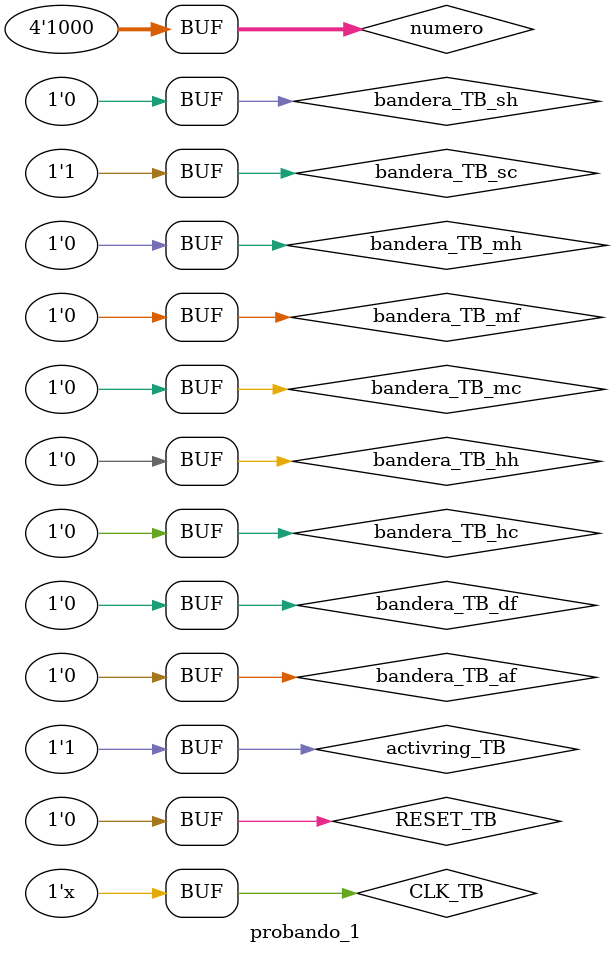
<source format=v>
`timescale 1ns / 1ps


module probando_1;

	// Inputs
	reg CLK_TB;
	reg RESET_TB;
	reg activring_TB;
	reg bandera_TB_hh;
	reg bandera_TB_mh;
	reg bandera_TB_sh;
	reg bandera_TB_df;
	reg bandera_TB_mf;
	reg bandera_TB_af;
	reg bandera_TB_hc;
	reg bandera_TB_mc;
	reg bandera_TB_sc;
	reg [3:0] numero;

	// Outputs
	wire v_sync;
	wire h_sync;
	wire [3:0] text_on_out;
	wire [2:0] text_rgb_out;

	// Instantiate the Unit Under Test (UUT)
	instanciacion_vga_2 uut (
		.CLK_TB(CLK_TB), 
		.RESET_TB(RESET_TB), 
		.activring_TB(activring_TB), 
		.bandera_TB_hh(bandera_TB_hh), 
		.bandera_TB_mh(bandera_TB_mh), 
		.bandera_TB_sh(bandera_TB_sh), 
		.bandera_TB_df(bandera_TB_df), 
		.bandera_TB_mf(bandera_TB_mf), 
		.bandera_TB_af(bandera_TB_af), 
		.bandera_TB_hc(bandera_TB_hc), 
		.bandera_TB_mc(bandera_TB_mc), 
		.bandera_TB_sc(bandera_TB_sc), 
		.numero(numero), 
		.v_sync(v_sync), 
		.h_sync(h_sync), 
		.text_on_out(text_on_out), 
		.text_rgb_out(text_rgb_out)
	);

	initial begin
		// Initialize Inputs
		CLK_TB = 0;
		RESET_TB = 0;
		activring_TB = 0;
		bandera_TB_hh = 0;
		bandera_TB_mh = 0;
		bandera_TB_sh = 0;
		bandera_TB_df = 0;
		bandera_TB_mf = 0;
		bandera_TB_af = 0;
		bandera_TB_hc = 0;
		bandera_TB_mc = 0;
		bandera_TB_sc = 0;
		numero = 0;
		
		// Wait 100 ns for global reset to finish
		#100;
        
		// Add stimulus here
		// se hace un clear inicial a todas las senales
      RESET_TB = 1; 
		
		#100;
		RESET_TB = 0;
		
		//damos un numero a escribir aleatoreamente este sera dado por el rtc en el futuro
		#100; 
		numero= 4'b1000;
		
		//activamos los cursores de hora minutos y segundos para poder observar estos valores en color rojo 
		//este color sera cuando se encuentre cambiando respectivamente las horas los min o los seg
		#100;
		activring_TB =1;
		bandera_TB_sc = 1;
		
		end
	
		//generacion de CLK de 50MHz
      always  begin
		#5	CLK_TB= ~CLK_TB;
		end 
	
      
endmodule


</source>
